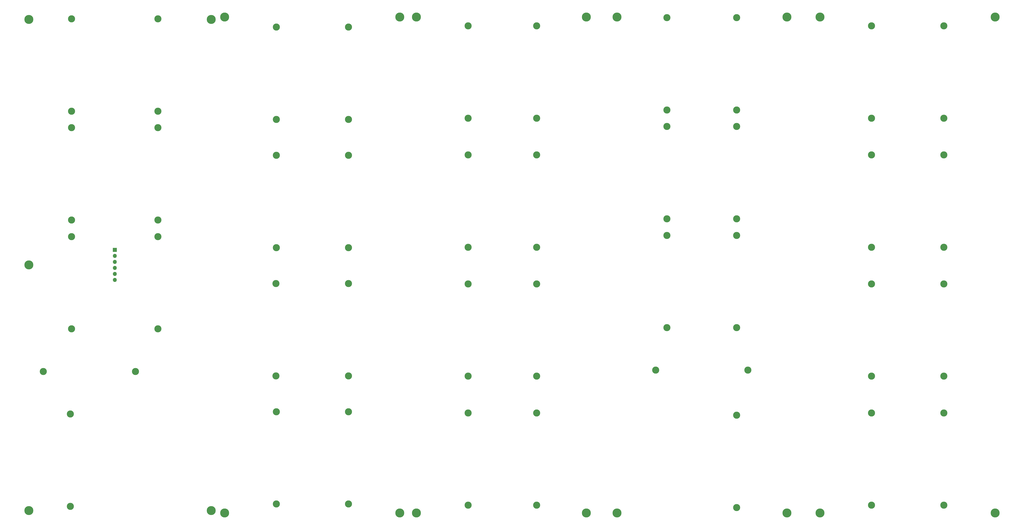
<source format=gbs>
%TF.GenerationSoftware,KiCad,Pcbnew,7.0.8*%
%TF.CreationDate,2024-01-15T20:22:08-08:00*%
%TF.ProjectId,FlexDeploySidePanels,466c6578-4465-4706-9c6f-795369646550,rev?*%
%TF.SameCoordinates,Original*%
%TF.FileFunction,Soldermask,Bot*%
%TF.FilePolarity,Negative*%
%FSLAX46Y46*%
G04 Gerber Fmt 4.6, Leading zero omitted, Abs format (unit mm)*
G04 Created by KiCad (PCBNEW 7.0.8) date 2024-01-15 20:22:08*
%MOMM*%
%LPD*%
G01*
G04 APERTURE LIST*
%ADD10C,3.000000*%
%ADD11R,1.700000X1.700000*%
%ADD12O,1.700000X1.700000*%
%ADD13C,2.600000*%
%ADD14C,3.800000*%
G04 APERTURE END LIST*
D10*
%TO.C,SC1*%
X479000000Y-308500000D03*
X479000000Y-269500000D03*
%TD*%
%TO.C,SC21*%
X307000000Y-145000000D03*
X307000000Y-106000000D03*
%TD*%
%TO.C,SC38*%
X147000000Y-142000000D03*
X147000000Y-103000000D03*
%TD*%
D11*
%TO.C,J1*%
X128750000Y-200660000D03*
D12*
X128750000Y-203200000D03*
X128750000Y-205740000D03*
X128750000Y-208280000D03*
X128750000Y-210820000D03*
X128750000Y-213360000D03*
%TD*%
D10*
%TO.C,SC18*%
X278000000Y-215000000D03*
X278000000Y-254000000D03*
%TD*%
%TO.C,SC13*%
X391500000Y-141500000D03*
X391500000Y-102500000D03*
%TD*%
D13*
%TO.C,H18*%
X169450000Y-103250000D03*
D14*
X169450000Y-103250000D03*
%TD*%
D10*
%TO.C,SC17*%
X278000000Y-269500000D03*
X278000000Y-308500000D03*
%TD*%
%TO.C,SC11*%
X362000000Y-148500000D03*
X362000000Y-187500000D03*
%TD*%
%TO.C,SC25*%
X197000000Y-269000000D03*
X197000000Y-308000000D03*
%TD*%
D13*
%TO.C,H21*%
X92450000Y-310750000D03*
D14*
X92450000Y-310750000D03*
%TD*%
D10*
%TO.C,SC34*%
X98500000Y-252000000D03*
X137500000Y-252000000D03*
%TD*%
D13*
%TO.C,H8*%
X340900000Y-311750000D03*
D14*
X340900000Y-311750000D03*
%TD*%
D10*
%TO.C,SC20*%
X278000000Y-106000000D03*
X278000000Y-145000000D03*
%TD*%
%TO.C,SC6*%
X448500000Y-160500000D03*
X448500000Y-199500000D03*
%TD*%
%TO.C,SC10*%
X362000000Y-194500000D03*
X362000000Y-233500000D03*
%TD*%
D13*
%TO.C,H1*%
X500700000Y-311750000D03*
D14*
X500700000Y-311750000D03*
%TD*%
D10*
%TO.C,SC30*%
X227500000Y-199666666D03*
X227500000Y-160666666D03*
%TD*%
D13*
%TO.C,H9*%
X328000000Y-311750000D03*
D14*
X328000000Y-311750000D03*
%TD*%
D13*
%TO.C,H5*%
X412700000Y-311750000D03*
D14*
X412700000Y-311750000D03*
%TD*%
D13*
%TO.C,H7*%
X340900000Y-102250000D03*
D14*
X340900000Y-102250000D03*
%TD*%
D10*
%TO.C,SC16*%
X391500000Y-309510000D03*
X391500000Y-270510000D03*
%TD*%
D13*
%TO.C,H16*%
X175200000Y-311750000D03*
D14*
X175200000Y-311750000D03*
%TD*%
D10*
%TO.C,SC9*%
X396250000Y-251460000D03*
X357250000Y-251460000D03*
%TD*%
D13*
%TO.C,H14*%
X249200000Y-102250000D03*
D14*
X249200000Y-102250000D03*
%TD*%
D10*
%TO.C,SC26*%
X196850000Y-214833332D03*
X196850000Y-253833332D03*
%TD*%
D13*
%TO.C,H6*%
X412700000Y-102250000D03*
D14*
X412700000Y-102250000D03*
%TD*%
D13*
%TO.C,H13*%
X249200000Y-311750000D03*
D14*
X249200000Y-311750000D03*
%TD*%
D13*
%TO.C,H19*%
X92456000Y-103251000D03*
D14*
X92456000Y-103251000D03*
%TD*%
D10*
%TO.C,SC7*%
X448500000Y-215000000D03*
X448500000Y-254000000D03*
%TD*%
%TO.C,SC14*%
X391500000Y-187500000D03*
X391500000Y-148500000D03*
%TD*%
D13*
%TO.C,H4*%
X426720000Y-311750000D03*
D14*
X426720000Y-311750000D03*
%TD*%
D10*
%TO.C,SC37*%
X110500000Y-103000000D03*
X110500000Y-142000000D03*
%TD*%
%TO.C,SC39*%
X147000000Y-188000000D03*
X147000000Y-149000000D03*
%TD*%
%TO.C,SC35*%
X110500000Y-195000000D03*
X110500000Y-234000000D03*
%TD*%
%TO.C,SC15*%
X391500000Y-233500000D03*
X391500000Y-194500000D03*
%TD*%
%TO.C,SC28*%
X197000000Y-106500000D03*
X197000000Y-145500000D03*
%TD*%
%TO.C,SC3*%
X479000000Y-199500000D03*
X479000000Y-160500000D03*
%TD*%
%TO.C,SC32*%
X227500000Y-308000000D03*
X227500000Y-269000000D03*
%TD*%
D13*
%TO.C,H15*%
X175200000Y-102250000D03*
D14*
X175200000Y-102250000D03*
%TD*%
D10*
%TO.C,SC31*%
X227500000Y-253833332D03*
X227500000Y-214833332D03*
%TD*%
%TO.C,SC5*%
X448500000Y-106000000D03*
X448500000Y-145000000D03*
%TD*%
D13*
%TO.C,H12*%
X256200000Y-311750000D03*
D14*
X256200000Y-311750000D03*
%TD*%
D10*
%TO.C,SC19*%
X278000000Y-160500000D03*
X278000000Y-199500000D03*
%TD*%
%TO.C,SC22*%
X307000000Y-199500000D03*
X307000000Y-160500000D03*
%TD*%
D13*
%TO.C,H17*%
X169450000Y-310769000D03*
D14*
X169450000Y-310769000D03*
%TD*%
D10*
%TO.C,SC12*%
X362000000Y-102500000D03*
X362000000Y-141500000D03*
%TD*%
D13*
%TO.C,H3*%
X426700000Y-102250000D03*
D14*
X426700000Y-102250000D03*
%TD*%
D10*
%TO.C,SC8*%
X448500000Y-269500000D03*
X448500000Y-308500000D03*
%TD*%
D13*
%TO.C,H2*%
X500700000Y-102250000D03*
D14*
X500700000Y-102250000D03*
%TD*%
D10*
%TO.C,SC33*%
X110000000Y-270000000D03*
X110000000Y-309000000D03*
%TD*%
%TO.C,SC24*%
X307000000Y-308500000D03*
X307000000Y-269500000D03*
%TD*%
%TO.C,SC4*%
X479000000Y-145000000D03*
X479000000Y-106000000D03*
%TD*%
%TO.C,SC36*%
X110500000Y-149000000D03*
X110500000Y-188000000D03*
%TD*%
D13*
%TO.C,H11*%
X256200000Y-102250000D03*
D14*
X256200000Y-102250000D03*
%TD*%
D13*
%TO.C,H10*%
X328000000Y-102250000D03*
D14*
X328000000Y-102250000D03*
%TD*%
D10*
%TO.C,SC23*%
X307000000Y-254000000D03*
X307000000Y-215000000D03*
%TD*%
%TO.C,SC2*%
X479000000Y-254000000D03*
X479000000Y-215000000D03*
%TD*%
%TO.C,SC40*%
X147000000Y-234000000D03*
X147000000Y-195000000D03*
%TD*%
%TO.C,SC27*%
X197000000Y-160666666D03*
X197000000Y-199666666D03*
%TD*%
D13*
%TO.C,H20*%
X92450000Y-207000000D03*
D14*
X92450000Y-207000000D03*
%TD*%
D10*
%TO.C,SC29*%
X227500000Y-145500000D03*
X227500000Y-106500000D03*
%TD*%
M02*

</source>
